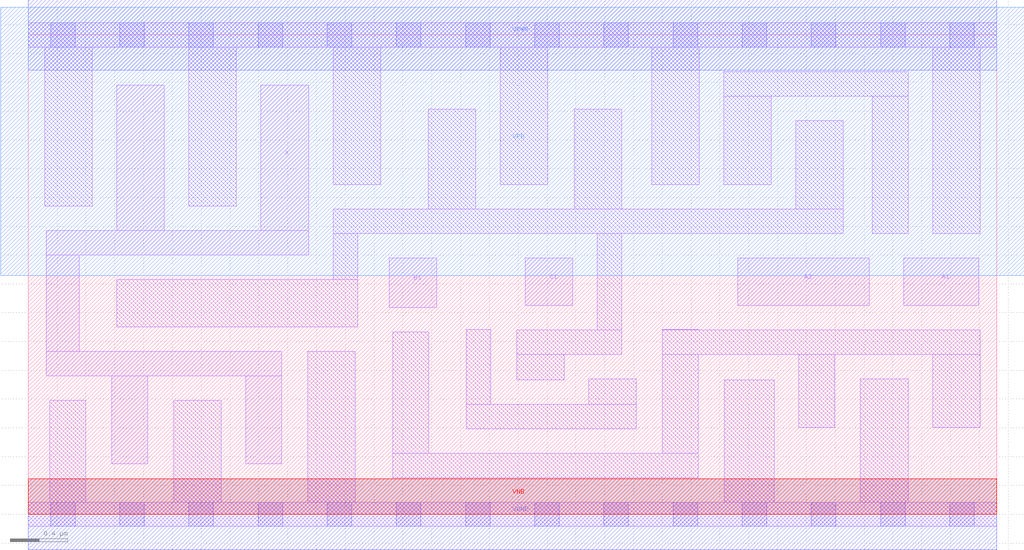
<source format=lef>
# Copyright 2020 The SkyWater PDK Authors
#
# Licensed under the Apache License, Version 2.0 (the "License");
# you may not use this file except in compliance with the License.
# You may obtain a copy of the License at
#
#     https://www.apache.org/licenses/LICENSE-2.0
#
# Unless required by applicable law or agreed to in writing, software
# distributed under the License is distributed on an "AS IS" BASIS,
# WITHOUT WARRANTIES OR CONDITIONS OF ANY KIND, either express or implied.
# See the License for the specific language governing permissions and
# limitations under the License.
#
# SPDX-License-Identifier: Apache-2.0

VERSION 5.7 ;
  NOWIREEXTENSIONATPIN ON ;
  DIVIDERCHAR "/" ;
  BUSBITCHARS "[]" ;
MACRO sky130_fd_sc_ls__o211a_4
  CLASS CORE ;
  FOREIGN sky130_fd_sc_ls__o211a_4 ;
  ORIGIN  0.000000  0.000000 ;
  SIZE  6.720000 BY  3.330000 ;
  SYMMETRY X Y ;
  SITE unit ;
  PIN A1
    ANTENNAGATEAREA  0.492000 ;
    DIRECTION INPUT ;
    USE SIGNAL ;
    PORT
      LAYER li1 ;
        RECT 6.075000 1.450000 6.595000 1.780000 ;
    END
  END A1
  PIN A2
    ANTENNAGATEAREA  0.492000 ;
    DIRECTION INPUT ;
    USE SIGNAL ;
    PORT
      LAYER li1 ;
        RECT 4.925000 1.450000 5.835000 1.780000 ;
    END
  END A2
  PIN B1
    ANTENNAGATEAREA  0.444000 ;
    DIRECTION INPUT ;
    USE SIGNAL ;
    PORT
      LAYER li1 ;
        RECT 2.505000 1.435000 2.835000 1.780000 ;
    END
  END B1
  PIN C1
    ANTENNAGATEAREA  0.444000 ;
    DIRECTION INPUT ;
    USE SIGNAL ;
    PORT
      LAYER li1 ;
        RECT 3.450000 1.450000 3.780000 1.780000 ;
    END
  END C1
  PIN X
    ANTENNADIFFAREA  1.086400 ;
    DIRECTION OUTPUT ;
    USE SIGNAL ;
    PORT
      LAYER li1 ;
        RECT 0.125000 0.960000 1.760000 1.130000 ;
        RECT 0.125000 1.130000 0.355000 1.800000 ;
        RECT 0.125000 1.800000 1.945000 1.970000 ;
        RECT 0.580000 0.350000 0.830000 0.960000 ;
        RECT 0.615000 1.970000 0.945000 2.980000 ;
        RECT 1.510000 0.350000 1.760000 0.960000 ;
        RECT 1.615000 1.970000 1.945000 2.980000 ;
    END
  END X
  PIN VGND
    DIRECTION INOUT ;
    SHAPE ABUTMENT ;
    USE GROUND ;
    PORT
      LAYER met1 ;
        RECT 0.000000 -0.245000 6.720000 0.245000 ;
    END
  END VGND
  PIN VNB
    DIRECTION INOUT ;
    USE GROUND ;
    PORT
      LAYER pwell ;
        RECT 0.000000 0.000000 6.720000 0.245000 ;
    END
  END VNB
  PIN VPB
    DIRECTION INOUT ;
    USE POWER ;
    PORT
      LAYER nwell ;
        RECT -0.190000 1.660000 6.910000 3.520000 ;
    END
  END VPB
  PIN VPWR
    DIRECTION INOUT ;
    SHAPE ABUTMENT ;
    USE POWER ;
    PORT
      LAYER met1 ;
        RECT 0.000000 3.085000 6.720000 3.575000 ;
    END
  END VPWR
  OBS
    LAYER li1 ;
      RECT 0.000000 -0.085000 6.720000 0.085000 ;
      RECT 0.000000  3.245000 6.720000 3.415000 ;
      RECT 0.115000  2.140000 0.445000 3.245000 ;
      RECT 0.150000  0.085000 0.400000 0.790000 ;
      RECT 0.615000  1.300000 2.285000 1.630000 ;
      RECT 1.010000  0.085000 1.340000 0.790000 ;
      RECT 1.115000  2.140000 1.445000 3.245000 ;
      RECT 1.940000  0.085000 2.270000 1.130000 ;
      RECT 2.115000  1.630000 2.285000 1.950000 ;
      RECT 2.115000  1.950000 5.655000 2.120000 ;
      RECT 2.115000  2.290000 2.445000 3.245000 ;
      RECT 2.530000  0.255000 4.650000 0.425000 ;
      RECT 2.530000  0.425000 2.780000 1.265000 ;
      RECT 2.775000  2.120000 3.105000 2.815000 ;
      RECT 3.040000  0.595000 4.220000 0.765000 ;
      RECT 3.040000  0.765000 3.210000 1.285000 ;
      RECT 3.275000  2.290000 3.605000 3.245000 ;
      RECT 3.390000  0.935000 3.720000 1.110000 ;
      RECT 3.390000  1.110000 4.120000 1.280000 ;
      RECT 3.790000  2.120000 4.120000 2.815000 ;
      RECT 3.890000  0.765000 4.220000 0.940000 ;
      RECT 3.950000  1.280000 4.120000 1.950000 ;
      RECT 4.325000  2.290000 4.655000 3.245000 ;
      RECT 4.400000  0.425000 4.650000 1.110000 ;
      RECT 4.400000  1.110000 6.605000 1.280000 ;
      RECT 4.400000  1.280000 4.650000 1.285000 ;
      RECT 4.825000  2.290000 5.155000 2.905000 ;
      RECT 4.825000  2.905000 6.105000 3.075000 ;
      RECT 4.830000  0.085000 5.175000 0.935000 ;
      RECT 5.325000  2.120000 5.655000 2.735000 ;
      RECT 5.345000  0.605000 5.595000 1.110000 ;
      RECT 5.775000  0.085000 6.105000 0.940000 ;
      RECT 5.855000  1.950000 6.105000 2.905000 ;
      RECT 6.275000  0.605000 6.605000 1.110000 ;
      RECT 6.275000  1.950000 6.605000 3.245000 ;
    LAYER mcon ;
      RECT 0.155000 -0.085000 0.325000 0.085000 ;
      RECT 0.155000  3.245000 0.325000 3.415000 ;
      RECT 0.635000 -0.085000 0.805000 0.085000 ;
      RECT 0.635000  3.245000 0.805000 3.415000 ;
      RECT 1.115000 -0.085000 1.285000 0.085000 ;
      RECT 1.115000  3.245000 1.285000 3.415000 ;
      RECT 1.595000 -0.085000 1.765000 0.085000 ;
      RECT 1.595000  3.245000 1.765000 3.415000 ;
      RECT 2.075000 -0.085000 2.245000 0.085000 ;
      RECT 2.075000  3.245000 2.245000 3.415000 ;
      RECT 2.555000 -0.085000 2.725000 0.085000 ;
      RECT 2.555000  3.245000 2.725000 3.415000 ;
      RECT 3.035000 -0.085000 3.205000 0.085000 ;
      RECT 3.035000  3.245000 3.205000 3.415000 ;
      RECT 3.515000 -0.085000 3.685000 0.085000 ;
      RECT 3.515000  3.245000 3.685000 3.415000 ;
      RECT 3.995000 -0.085000 4.165000 0.085000 ;
      RECT 3.995000  3.245000 4.165000 3.415000 ;
      RECT 4.475000 -0.085000 4.645000 0.085000 ;
      RECT 4.475000  3.245000 4.645000 3.415000 ;
      RECT 4.955000 -0.085000 5.125000 0.085000 ;
      RECT 4.955000  3.245000 5.125000 3.415000 ;
      RECT 5.435000 -0.085000 5.605000 0.085000 ;
      RECT 5.435000  3.245000 5.605000 3.415000 ;
      RECT 5.915000 -0.085000 6.085000 0.085000 ;
      RECT 5.915000  3.245000 6.085000 3.415000 ;
      RECT 6.395000 -0.085000 6.565000 0.085000 ;
      RECT 6.395000  3.245000 6.565000 3.415000 ;
  END
END sky130_fd_sc_ls__o211a_4
END LIBRARY

</source>
